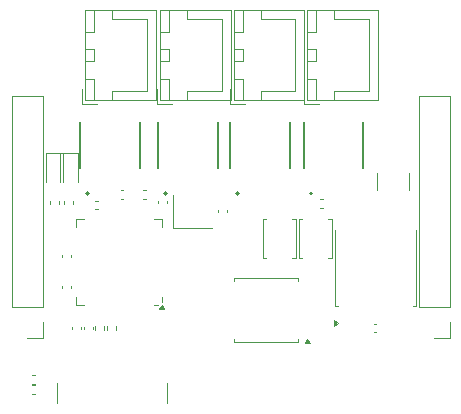
<source format=gbr>
%TF.GenerationSoftware,KiCad,Pcbnew,7.0.11*%
%TF.CreationDate,2025-01-20T01:41:03+09:00*%
%TF.ProjectId,MD,4d442e6b-6963-4616-945f-706362585858,rev?*%
%TF.SameCoordinates,Original*%
%TF.FileFunction,Legend,Top*%
%TF.FilePolarity,Positive*%
%FSLAX46Y46*%
G04 Gerber Fmt 4.6, Leading zero omitted, Abs format (unit mm)*
G04 Created by KiCad (PCBNEW 7.0.11) date 2025-01-20 01:41:03*
%MOMM*%
%LPD*%
G01*
G04 APERTURE LIST*
%ADD10C,0.120000*%
%ADD11C,0.127000*%
%ADD12C,0.200000*%
G04 APERTURE END LIST*
D10*
%TO.C,C7*%
X143236836Y-79735000D02*
X143021164Y-79735000D01*
X143236836Y-79015000D02*
X143021164Y-79015000D01*
%TO.C,R9*%
X138254000Y-80206141D02*
X138254000Y-79898859D01*
X139014000Y-80206141D02*
X139014000Y-79898859D01*
%TO.C,C3*%
X140862164Y-79904000D02*
X141077836Y-79904000D01*
X140862164Y-80624000D02*
X141077836Y-80624000D01*
%TO.C,C6*%
X138817000Y-87099164D02*
X138817000Y-87314836D01*
X138097000Y-87099164D02*
X138097000Y-87314836D01*
%TO.C,J1*%
X137616000Y-97052000D02*
X137616000Y-95352000D01*
X146956000Y-97052000D02*
X146956000Y-95352000D01*
%TO.C,C5*%
X138915000Y-90781836D02*
X138915000Y-90566164D01*
X139635000Y-90781836D02*
X139635000Y-90566164D01*
%TO.C,R4*%
X141860000Y-90829641D02*
X141860000Y-90522359D01*
X142620000Y-90829641D02*
X142620000Y-90522359D01*
%TO.C,J7*%
X158540000Y-71684000D02*
X159790000Y-71684000D01*
X158830000Y-71394000D02*
X164800000Y-71394000D01*
X164800000Y-71394000D02*
X164800000Y-63774000D01*
X158840000Y-71384000D02*
X159590000Y-71384000D01*
X159590000Y-71384000D02*
X159590000Y-69584000D01*
X161090000Y-71384000D02*
X161090000Y-70634000D01*
X161090000Y-70634000D02*
X164040000Y-70634000D01*
X164040000Y-70634000D02*
X164040000Y-67584000D01*
X158540000Y-70434000D02*
X158540000Y-71684000D01*
X158840000Y-69584000D02*
X158840000Y-71384000D01*
X159590000Y-69584000D02*
X158840000Y-69584000D01*
X158840000Y-68084000D02*
X159590000Y-68084000D01*
X159590000Y-68084000D02*
X159590000Y-67084000D01*
X158840000Y-67084000D02*
X158840000Y-68084000D01*
X159590000Y-67084000D02*
X158840000Y-67084000D01*
X158840000Y-65584000D02*
X159590000Y-65584000D01*
X159590000Y-65584000D02*
X159590000Y-63784000D01*
X161090000Y-64534000D02*
X164040000Y-64534000D01*
X164040000Y-64534000D02*
X164040000Y-67584000D01*
X158840000Y-63784000D02*
X158840000Y-65584000D01*
X159590000Y-63784000D02*
X158840000Y-63784000D01*
X161090000Y-63784000D02*
X161090000Y-64534000D01*
X158830000Y-63774000D02*
X158830000Y-71394000D01*
X164800000Y-63774000D02*
X158830000Y-63774000D01*
%TO.C,Y1*%
X147448000Y-79372000D02*
X147448000Y-82172000D01*
X147448000Y-82172000D02*
X150748000Y-82172000D01*
%TO.C,R6*%
X144880359Y-78995000D02*
X145187641Y-78995000D01*
X144880359Y-79755000D02*
X145187641Y-79755000D01*
%TO.C,C10*%
X167476000Y-77520748D02*
X167476000Y-78943252D01*
X164756000Y-77520748D02*
X164756000Y-78943252D01*
%TO.C,J2*%
X136458000Y-91500000D02*
X135128000Y-91500000D01*
X136458000Y-90170000D02*
X136458000Y-91500000D01*
X136458000Y-88900000D02*
X136458000Y-71060000D01*
X136458000Y-88900000D02*
X133798000Y-88900000D01*
X136458000Y-71060000D02*
X133798000Y-71060000D01*
X133798000Y-88900000D02*
X133798000Y-71060000D01*
%TO.C,C9*%
X138097000Y-84684836D02*
X138097000Y-84469164D01*
X138817000Y-84684836D02*
X138817000Y-84469164D01*
%TO.C,J3*%
X170900000Y-91500000D02*
X169570000Y-91500000D01*
X170900000Y-90170000D02*
X170900000Y-91500000D01*
X170900000Y-88900000D02*
X170900000Y-71060000D01*
X170900000Y-88900000D02*
X168240000Y-88900000D01*
X170900000Y-71060000D02*
X168240000Y-71060000D01*
X168240000Y-88900000D02*
X168240000Y-71060000D01*
%TO.C,SW1*%
X157864000Y-81408000D02*
X157864000Y-84708000D01*
X157564000Y-81408000D02*
X157864000Y-81408000D01*
X155364000Y-81408000D02*
X155064000Y-81408000D01*
X155064000Y-81408000D02*
X155064000Y-84708000D01*
X157864000Y-84708000D02*
X157564000Y-84708000D01*
X155064000Y-84708000D02*
X155364000Y-84708000D01*
%TO.C,J6*%
X152317000Y-71684000D02*
X153567000Y-71684000D01*
X152607000Y-71394000D02*
X158577000Y-71394000D01*
X158577000Y-71394000D02*
X158577000Y-63774000D01*
X152617000Y-71384000D02*
X153367000Y-71384000D01*
X153367000Y-71384000D02*
X153367000Y-69584000D01*
X154867000Y-71384000D02*
X154867000Y-70634000D01*
X154867000Y-70634000D02*
X157817000Y-70634000D01*
X157817000Y-70634000D02*
X157817000Y-67584000D01*
X152317000Y-70434000D02*
X152317000Y-71684000D01*
X152617000Y-69584000D02*
X152617000Y-71384000D01*
X153367000Y-69584000D02*
X152617000Y-69584000D01*
X152617000Y-68084000D02*
X153367000Y-68084000D01*
X153367000Y-68084000D02*
X153367000Y-67084000D01*
X152617000Y-67084000D02*
X152617000Y-68084000D01*
X153367000Y-67084000D02*
X152617000Y-67084000D01*
X152617000Y-65584000D02*
X153367000Y-65584000D01*
X153367000Y-65584000D02*
X153367000Y-63784000D01*
X154867000Y-64534000D02*
X157817000Y-64534000D01*
X157817000Y-64534000D02*
X157817000Y-67584000D01*
X152617000Y-63784000D02*
X152617000Y-65584000D01*
X153367000Y-63784000D02*
X152617000Y-63784000D01*
X154867000Y-63784000D02*
X154867000Y-64534000D01*
X152607000Y-63774000D02*
X152607000Y-71394000D01*
X158577000Y-63774000D02*
X152607000Y-63774000D01*
%TO.C,R8*%
X137034000Y-80206141D02*
X137034000Y-79898859D01*
X137794000Y-80206141D02*
X137794000Y-79898859D01*
D11*
%TO.C,U3*%
X139588000Y-77134000D02*
X139588000Y-73234000D01*
X144638000Y-77134000D02*
X144638000Y-73234000D01*
D12*
X140308000Y-79284000D02*
G75*
G03*
X140108000Y-79284000I-100000J0D01*
G01*
X140108000Y-79284000D02*
G75*
G03*
X140308000Y-79284000I100000J0D01*
G01*
D10*
%TO.C,U1*%
X158046000Y-91879000D02*
X158046000Y-91619000D01*
X158046000Y-86429000D02*
X158046000Y-86689000D01*
X155321000Y-91879000D02*
X158046000Y-91879000D01*
X155321000Y-91879000D02*
X152596000Y-91879000D01*
X155321000Y-86429000D02*
X158046000Y-86429000D01*
X155321000Y-86429000D02*
X152596000Y-86429000D01*
X152596000Y-91879000D02*
X152596000Y-91619000D01*
X152596000Y-86429000D02*
X152596000Y-86689000D01*
X159068500Y-91949000D02*
X158588500Y-91949000D01*
X158828500Y-91619000D01*
X159068500Y-91949000D01*
G36*
X159068500Y-91949000D02*
G01*
X158588500Y-91949000D01*
X158828500Y-91619000D01*
X159068500Y-91949000D01*
G37*
%TO.C,C11*%
X164671836Y-91038000D02*
X164456164Y-91038000D01*
X164671836Y-90318000D02*
X164456164Y-90318000D01*
%TO.C,SW2*%
X160912000Y-81408000D02*
X160912000Y-84708000D01*
X160612000Y-81408000D02*
X160912000Y-81408000D01*
X158412000Y-81408000D02*
X158112000Y-81408000D01*
X158112000Y-81408000D02*
X158112000Y-84708000D01*
X160912000Y-84708000D02*
X160612000Y-84708000D01*
X158112000Y-84708000D02*
X158412000Y-84708000D01*
%TO.C,R1*%
X135789641Y-95376000D02*
X135482359Y-95376000D01*
X135789641Y-94616000D02*
X135482359Y-94616000D01*
%TO.C,R2*%
X135789641Y-96265000D02*
X135482359Y-96265000D01*
X135789641Y-95505000D02*
X135482359Y-95505000D01*
%TO.C,J5*%
X146094000Y-71684000D02*
X147344000Y-71684000D01*
X146384000Y-71394000D02*
X152354000Y-71394000D01*
X152354000Y-71394000D02*
X152354000Y-63774000D01*
X146394000Y-71384000D02*
X147144000Y-71384000D01*
X147144000Y-71384000D02*
X147144000Y-69584000D01*
X148644000Y-71384000D02*
X148644000Y-70634000D01*
X148644000Y-70634000D02*
X151594000Y-70634000D01*
X151594000Y-70634000D02*
X151594000Y-67584000D01*
X146094000Y-70434000D02*
X146094000Y-71684000D01*
X146394000Y-69584000D02*
X146394000Y-71384000D01*
X147144000Y-69584000D02*
X146394000Y-69584000D01*
X146394000Y-68084000D02*
X147144000Y-68084000D01*
X147144000Y-68084000D02*
X147144000Y-67084000D01*
X146394000Y-67084000D02*
X146394000Y-68084000D01*
X147144000Y-67084000D02*
X146394000Y-67084000D01*
X146394000Y-65584000D02*
X147144000Y-65584000D01*
X147144000Y-65584000D02*
X147144000Y-63784000D01*
X148644000Y-64534000D02*
X151594000Y-64534000D01*
X151594000Y-64534000D02*
X151594000Y-67584000D01*
X146394000Y-63784000D02*
X146394000Y-65584000D01*
X147144000Y-63784000D02*
X146394000Y-63784000D01*
X148644000Y-63784000D02*
X148644000Y-64534000D01*
X146384000Y-63774000D02*
X146384000Y-71394000D01*
X152354000Y-63774000D02*
X146384000Y-63774000D01*
%TO.C,U7*%
X161144500Y-88830000D02*
X161414500Y-88830000D01*
X168044500Y-88830000D02*
X167774500Y-88830000D01*
X161144500Y-82410000D02*
X161144500Y-88830000D01*
X168044500Y-82410000D02*
X168044500Y-88830000D01*
X161454500Y-90250000D02*
X161124500Y-90490000D01*
X161124500Y-90010000D01*
X161454500Y-90250000D01*
G36*
X161454500Y-90250000D02*
G01*
X161124500Y-90490000D01*
X161124500Y-90010000D01*
X161454500Y-90250000D01*
G37*
%TO.C,C2*%
X146918000Y-79902164D02*
X146918000Y-80117836D01*
X146198000Y-79902164D02*
X146198000Y-80117836D01*
%TO.C,D3*%
X139369000Y-75810000D02*
X137899000Y-75810000D01*
X137899000Y-75810000D02*
X137899000Y-78270000D01*
X139369000Y-78270000D02*
X139369000Y-75810000D01*
D11*
%TO.C,U4*%
X152288000Y-77134000D02*
X152288000Y-73234000D01*
X157338000Y-77134000D02*
X157338000Y-73234000D01*
D12*
X153008000Y-79284000D02*
G75*
G03*
X152808000Y-79284000I-100000J0D01*
G01*
X152808000Y-79284000D02*
G75*
G03*
X153008000Y-79284000I100000J0D01*
G01*
D10*
%TO.C,C1*%
X151998000Y-80664164D02*
X151998000Y-80879836D01*
X151278000Y-80664164D02*
X151278000Y-80879836D01*
%TO.C,R5*%
X159864359Y-79757000D02*
X160171641Y-79757000D01*
X159864359Y-80517000D02*
X160171641Y-80517000D01*
%TO.C,J4*%
X139744000Y-71684000D02*
X140994000Y-71684000D01*
X140034000Y-71394000D02*
X146004000Y-71394000D01*
X146004000Y-71394000D02*
X146004000Y-63774000D01*
X140044000Y-71384000D02*
X140794000Y-71384000D01*
X140794000Y-71384000D02*
X140794000Y-69584000D01*
X142294000Y-71384000D02*
X142294000Y-70634000D01*
X142294000Y-70634000D02*
X145244000Y-70634000D01*
X145244000Y-70634000D02*
X145244000Y-67584000D01*
X139744000Y-70434000D02*
X139744000Y-71684000D01*
X140044000Y-69584000D02*
X140044000Y-71384000D01*
X140794000Y-69584000D02*
X140044000Y-69584000D01*
X140044000Y-68084000D02*
X140794000Y-68084000D01*
X140794000Y-68084000D02*
X140794000Y-67084000D01*
X140044000Y-67084000D02*
X140044000Y-68084000D01*
X140794000Y-67084000D02*
X140044000Y-67084000D01*
X140044000Y-65584000D02*
X140794000Y-65584000D01*
X140794000Y-65584000D02*
X140794000Y-63784000D01*
X142294000Y-64534000D02*
X145244000Y-64534000D01*
X145244000Y-64534000D02*
X145244000Y-67584000D01*
X140044000Y-63784000D02*
X140044000Y-65584000D01*
X140794000Y-63784000D02*
X140044000Y-63784000D01*
X142294000Y-63784000D02*
X142294000Y-64534000D01*
X140034000Y-63774000D02*
X140034000Y-71394000D01*
X146004000Y-63774000D02*
X140034000Y-63774000D01*
%TO.C,U2*%
X146485000Y-88048000D02*
X146485000Y-88458000D01*
X146485000Y-81478000D02*
X146485000Y-82128000D01*
X145835000Y-88698000D02*
X146185000Y-88698000D01*
X145835000Y-81478000D02*
X146485000Y-81478000D01*
X139915000Y-88698000D02*
X139265000Y-88698000D01*
X139915000Y-81478000D02*
X139265000Y-81478000D01*
X139265000Y-88698000D02*
X139265000Y-88048000D01*
X139265000Y-81478000D02*
X139265000Y-82128000D01*
X146725000Y-89028000D02*
X146245000Y-89028000D01*
X146485000Y-88698000D01*
X146725000Y-89028000D01*
G36*
X146725000Y-89028000D02*
G01*
X146245000Y-89028000D01*
X146485000Y-88698000D01*
X146725000Y-89028000D01*
G37*
D11*
%TO.C,U5*%
X146192000Y-77134000D02*
X146192000Y-73234000D01*
X151242000Y-77134000D02*
X151242000Y-73234000D01*
D12*
X146912000Y-79284000D02*
G75*
G03*
X146712000Y-79284000I-100000J0D01*
G01*
X146712000Y-79284000D02*
G75*
G03*
X146912000Y-79284000I100000J0D01*
G01*
D10*
%TO.C,D2*%
X138149000Y-75810000D02*
X136679000Y-75810000D01*
X136679000Y-75810000D02*
X136679000Y-78270000D01*
X138149000Y-78270000D02*
X138149000Y-75810000D01*
%TO.C,R3*%
X140843000Y-90827641D02*
X140843000Y-90520359D01*
X141603000Y-90827641D02*
X141603000Y-90520359D01*
D11*
%TO.C,U6*%
X158511000Y-77134000D02*
X158511000Y-73234000D01*
X163561000Y-77134000D02*
X163561000Y-73234000D01*
D12*
X159231000Y-79284000D02*
G75*
G03*
X159031000Y-79284000I-100000J0D01*
G01*
X159031000Y-79284000D02*
G75*
G03*
X159231000Y-79284000I100000J0D01*
G01*
D10*
%TO.C,C4*%
X139931000Y-90781836D02*
X139931000Y-90566164D01*
X140651000Y-90781836D02*
X140651000Y-90566164D01*
%TD*%
M02*

</source>
